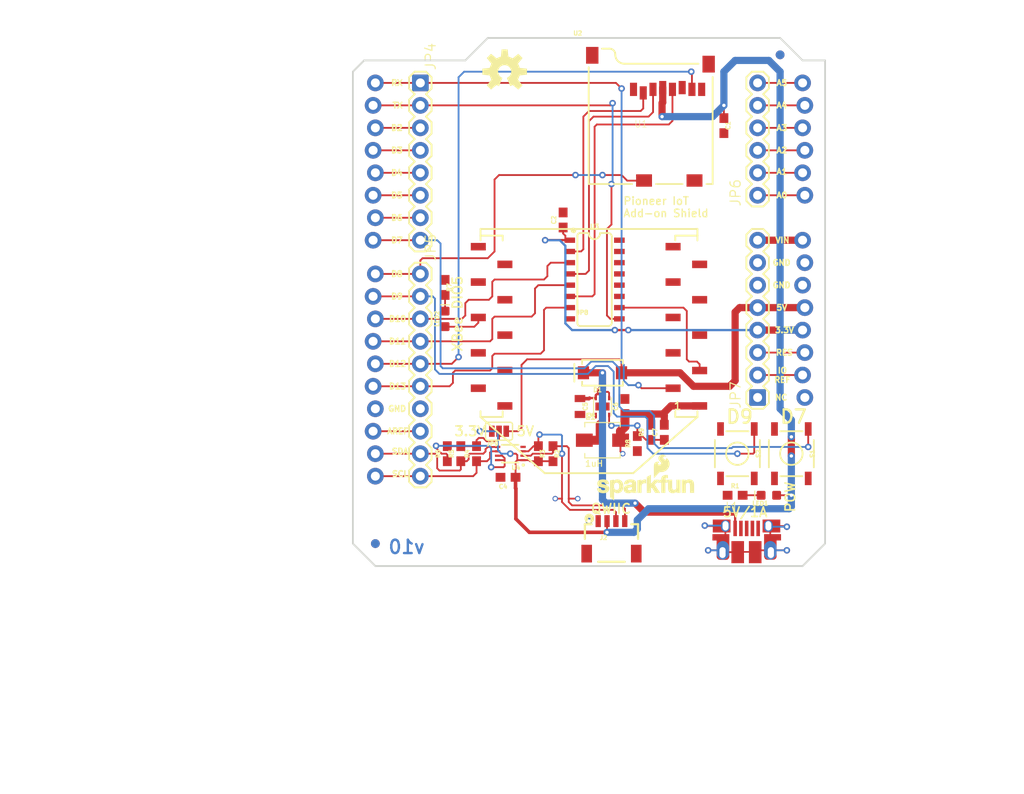
<source format=kicad_pcb>
(kicad_pcb (version 20211014) (generator pcbnew)
  (layers (0 "F.Cu" signal) (1 "In1.Cu" signal) (2 "In2.Cu" signal) (31 "B.Cu" signal) (34 "B.Paste" user) (35 "F.Paste" user) (36 "B.SilkS" user "B.Silkscreen") (37 "F.SilkS" user "F.Silkscreen") (38 "B.Mask" user) (39 "F.Mask" user) (44 "Edge.Cuts" user))
  (net 0 "")
  (net 1 "N$2")
  (net 2 "3.3V")
  (net 3 "GND")
  (net 4 "N$6")
  (net 5 "N$163")
  (net 6 "RX")
  (net 7 "TX")
  (net 8 "D2")
  (net 9 "D3")
  (net 10 "D4")
  (net 11 "D5")
  (net 12 "D6")
  (net 13 "D7")
  (net 14 "D9")
  (net 15 "A0")
  (net 16 "A1")
  (net 17 "A2")
  (net 18 "A3")
  (net 19 "A4")
  (net 20 "A5")
  (net 21 "RES")
  (net 22 "5V")
  (net 23 "AREF")
  (net 24 "MOSI")
  (net 25 "SCK")
  (net 26 "N$4")
  (net 27 "MISO")
  (net 28 "SDA")
  (net 29 "SCL")
  (net 30 "NC")
  (net 31 "IOREF")
  (net 32 "VIN")
  (net 33 "TX_LV")
  (net 34 "SDA_2")
  (net 35 "SCL_2")
  (net 36 "N$9")
  (net 37 "N$19")
  (net 38 "~{CS}")
  (net 39 "N$1")
  (net 40 "N$3")
  (net 41 "N$20")
  (net 42 "SHIELD")
  (net 43 "N$31")
  (net 44 "N$32")
  (net 45 "VCC")
  (net 46 "~{CD}")
  (footprint "boardEagle:TP_15TH" (layer "F.Cu") (at 147.2311 127.2286)
    (fp_text reference "TP1" hide)
    (fp_text value "TEST-POINTTP_15TH_THRU" hide)
  )
  (footprint "boardEagle:1X08" (layer "F.Cu") (at 167.5511 115.7986 90)
    (fp_text reference "JP7")
    (fp_text value "")
  )
  (footprint "boardEagle:0603" (layer "F.Cu") (at 139.3571 124.8156 180)
    (fp_text reference "C4")
    (fp_text value "0.1uF")
  )
  (footprint "boardEagle:0603" (layer "F.Cu") (at 142.7861 122.1486 -90)
    (fp_text reference "R3")
    (fp_text value "10k")
  )
  (footprint "boardEagle:MICRO-SD-SOCKET-PP" (layer "F.Cu") (at 162.4711 91.6686)
    (fp_text reference "U1")
    (fp_text value "USD-SOCKETNEW")
  )
  (footprint "boardEagle:0603" (layer "F.Cu") (at 145.5801 95.7326 90)
    (fp_text reference "C2")
    (fp_text value "0.1uF")
  )
  (footprint "boardEagle:0603" (layer "F.Cu") (at 163.7411 85.0646 -90)
    (fp_text reference "C1")
    (fp_text value "0.1uF")
  )
  (footprint "boardEagle:SMA-DIODE" (layer "F.Cu") (at 150.0251 113.0046 180)
    (fp_text reference "D1")
    (fp_text value "3A/40V/500mV")
  )
  (footprint "boardEagle:0603" (layer "F.Cu") (at 157.0101 119.7356 90)
    (fp_text reference "C7")
    (fp_text value "22pF")
  )
  (footprint "boardEagle:TP_15TH" (layer "F.Cu") (at 144.6911 127.2286)
    (fp_text reference "TP2" hide)
    (fp_text value "TEST-POINTTP_15TH_THRU" hide)
  )
  (footprint "boardEagle:XBEE-SMD" (layer "F.Cu") (at 148.5011 96.7486 180)
    (fp_text reference "JP8")
    (fp_text value "")
  )
  (footprint "boardEagle:1X10" (layer "F.Cu") (at 129.4511 101.8286 -90)
    (fp_text reference "JP5")
    (fp_text value "M10\"")
  )
  (footprint "boardEagle:SMT-JUMPER_3_1-NC_PASTE_SILK" (layer "F.Cu") (at 138.3411 119.6086 180)
    (fp_text reference "JP9")
    (fp_text value "JUMPER-SMT_3_1-NC_PASTE_SILK")
  )
  (footprint "boardEagle:UNO_R3_SHIELD_NOLABELS_LOCK" (layer "F.Cu") (at 148.5011 104.3686)
    (fp_text reference "U2")
    (fp_text value "ARDUINO_UNO_R3_SHIELDUNO_R3_SHIELD_NOLABELS_LOCK")
  )
  (footprint "boardEagle:OSHW-LOGO-M" (layer "F.Cu") (at 138.9761 78.9686)
    (fp_text reference "LOGO1" hide)
    (fp_text value "OSHW-LOGOM" hide)
  )
  (footprint "boardEagle:0805" (layer "F.Cu") (at 147.4851 116.8146 -90)
    (fp_text reference "C5")
    (fp_text value "10uF")
  )
  (footprint "boardEagle:LED-0603" (layer "F.Cu") (at 132.2451 106.9086 90)
    (fp_text reference "LED2")
    (fp_text value "RED")
  )
  (footprint "boardEagle:FIDUCIAL-1X2" (layer "F.Cu") (at 170.0911 77.0636)
    (fp_text reference "JP2" hide)
    (fp_text value "FIDUCIAL1X2" hide)
  )
  (footprint "boardEagle:PCA9306DC" (layer "F.Cu") (at 139.6111 122.1486 90)
    (fp_text reference "U4")
    (fp_text value "PCA9306")
  )
  (footprint "boardEagle:1X06" (layer "F.Cu") (at 167.5511 92.9386 90)
    (fp_text reference "JP6")
    (fp_text value "")
  )
  (footprint "boardEagle:0603" (layer "F.Cu") (at 155.4861 119.7356 90)
    (fp_text reference "R9")
    (fp_text value "820k")
  )
  (footprint "boardEagle:0603" (layer "F.Cu") (at 134.0231 122.1486 90)
    (fp_text reference "R5")
    (fp_text value "10k")
  )
  (footprint "boardEagle:WSON-8-PAD" (layer "F.Cu") (at 150.0251 116.8146)
    (fp_text reference "U5" hide)
    (fp_text value "TPS62065" hide)
  )
  (footprint "boardEagle:0603" (layer "F.Cu") (at 152.5651 116.8146 90)
    (fp_text reference "C6")
    (fp_text value "10uF")
  )
  (footprint "boardEagle:SFE_LOGO_NAME_FLAME_.1" (layer "F.Cu") (at 149.0091 127.4826)
    (fp_text reference "JP1" hide)
    (fp_text value "SFE_LOGO_NAME_FLAME.1_INCH" hide)
  )
  (footprint "boardEagle:CREATIVE_COMMONS" (layer "F.Cu") (at 114.738979 160.2486)
    (fp_text reference "FRAME1" hide)
    (fp_text value "FRAME-LETTER" hide)
  )
  (footprint "boardEagle:SO16" (layer "F.Cu") (at 149.1361 102.4636 -90)
    (fp_text reference "U3")
    (fp_text value "74HC4050")
  )
  (footprint "boardEagle:INDUCTOR-SRP4020" (layer "F.Cu") (at 150.0251 120.6246)
    (fp_text reference "L1")
    (fp_text value "1uH")
  )
  (footprint "boardEagle:1X04_1MM_RA" (layer "F.Cu") (at 151.0411 129.7686)
    (fp_text reference "J2")
    (fp_text value "")
  )
  (footprint "boardEagle:0603" (layer "F.Cu") (at 132.4991 122.1486 90)
    (fp_text reference "R6")
    (fp_text value "200k")
  )
  (footprint "boardEagle:0603" (layer "F.Cu") (at 132.2451 103.3526 -90)
    (fp_text reference "R7")
    (fp_text value "1k")
  )
  (footprint "boardEagle:LED-0603" (layer "F.Cu") (at 168.8211 126.8476 180)
    (fp_text reference "LED1")
    (fp_text value "RED")
  )
  (footprint "boardEagle:TACTILE_SWITCH_SMD_5.2MM" (layer "F.Cu") (at 171.3611 122.1486 -90)
    (fp_text reference "S1")
    (fp_text value "")
  )
  (footprint "boardEagle:1X08" (layer "F.Cu") (at 129.4511 80.2386 -90)
    (fp_text reference "JP4")
    (fp_text value "")
  )
  (footprint "boardEagle:0603" (layer "F.Cu") (at 165.0111 126.8476)
    (fp_text reference "R1")
    (fp_text value "1k")
  )
  (footprint "boardEagle:USB-MICROB-PTH" (layer "F.Cu") (at 166.2811 131.9276)
    (fp_text reference "J1")
    (fp_text value "AMP FCI 10103594-0001LF")
  )
  (footprint "boardEagle:TACTILE_SWITCH_SMD_5.2MM" (layer "F.Cu") (at 165.2651 122.1486 -90)
    (fp_text reference "S2")
    (fp_text value "")
  )
  (footprint "boardEagle:0603" (layer "F.Cu") (at 135.8011 122.1486 90)
    (fp_text reference "R4")
    (fp_text value "10k")
  )
  (footprint "boardEagle:0603" (layer "F.Cu") (at 144.4371 122.1486 -90)
    (fp_text reference "R2")
    (fp_text value "10k")
  )
  (footprint "boardEagle:FIDUCIAL-1X2" (layer "F.Cu") (at 124.3711 132.3086)
    (fp_text reference "JP3" hide)
    (fp_text value "FIDUCIAL1X2" hide)
  )
  (footprint "boardEagle:0603" (layer "F.Cu") (at 153.9621 121.0056 90)
    (fp_text reference "R8")
    (fp_text value "180k")
  )
  (footprint "boardEagle:DUMMY" (layer "F.Cu") (at 95.1611 157.7086)
    (fp_text reference "FRAME2" hide)
    (fp_text value "FRAME-LETTERNO_PACKAGE" hide)
  )
  (footprint "boardEagle:TP_15TH" (layer "F.Cu") (at 152.3111 122.1486)
    (fp_text reference "TP3" hide)
    (fp_text value "TEST-POINTTP_15TH_THRU" hide)
  )
  (footprint "boardEagle:FIDUCIAL-1X2" (layer "B.Cu") (at 170.0911 77.0636 180)
    (fp_text reference "JP11" hide)
    (fp_text value "FIDUCIAL1X2" hide)
  )
  (footprint "boardEagle:FIDUCIAL-1X2" (layer "B.Cu") (at 124.3711 132.3086 180)
    (fp_text reference "JP10" hide)
    (fp_text value "FIDUCIAL1X2" hide)
  )
  (gr_line (start 175.1711 77.6986) (end 175.1711 132.3086) (layer "Edge.Cuts") (width 0.2032))
  (gr_line (start 134.5311 77.6986) (end 137.0711 75.1586) (layer "Edge.Cuts") (width 0.2032))
  (gr_line (start 124.3711 134.8486) (end 121.8311 132.3086) (layer "Edge.Cuts") (width 0.2032))
  (gr_line (start 123.1011 77.6986) (end 134.5311 77.6986) (layer "Edge.Cuts") (width 0.2032))
  (gr_line (start 137.0711 75.1586) (end 170.0911 75.1586) (layer "Edge.Cuts") (width 0.2032))
  (gr_line (start 175.1711 132.3086) (end 172.6311 134.8486) (layer "Edge.Cuts") (width 0.2032))
  (gr_line (start 170.0911 75.1586) (end 172.6311 77.6986) (layer "Edge.Cuts") (width 0.2032))
  (gr_line (start 121.8311 78.9686) (end 123.1011 77.6986) (layer "Edge.Cuts") (width 0.2032))
  (gr_line (start 121.8311 132.3086) (end 121.8311 78.9686) (layer "Edge.Cuts") (width 0.2032))
  (gr_line (start 172.6311 134.8486) (end 124.3711 134.8486) (layer "Edge.Cuts") (width 0.2032))
  (gr_line (start 172.6311 77.6986) (end 175.1711 77.6986) (layer "Edge.Cuts") (width 0.2032))
  (gr_text "v10" (at 130.0861 133.5786) (layer "B.Cu") (effects (font (size 1.5113 1.5113) (thickness 0.2667)) (justify left bottom mirror)))
  (gr_text "A3" (at 170.9801 84.9376) (layer "F.SilkS") (effects (font (size 0.65024 0.65024) (thickness 0.16256)) (justify right top)))
  (gr_text "5V" (at 170.9801 105.2576) (layer "F.SilkS") (effects (font (size 0.65024 0.65024) (thickness 0.16256)) (justify right top)))
  (gr_text "NC" (at 170.9801 115.4176) (layer "F.SilkS") (effects (font (size 0.65024 0.65024) (thickness 0.16256)) (justify right top)))
  (gr_text "D8" (at 127.5461 101.4476) (layer "F.SilkS") (effects (font (size 0.65024 0.65024) (thickness 0.16256)) (justify right top)))
  (gr_text "QWIIC" (at 148.6281 129.0066) (layer "F.SilkS") (effects (font (size 1.0795 1.0795) (thickness 0.1905)) (justify left bottom)))
  (gr_text "3.3V" (at 136.9441 118.9736) (layer "F.SilkS") (effects (font (size 1.0795 1.0795) (thickness 0.1905)) (justify right top)))
  (gr_text "Pioneer IoT\nAdd-on Shield" (at 152.3111 95.4786) (layer "F.SilkS") (effects (font (size 0.8636 0.8636) (thickness 0.1524)) (justify left bottom)))
  (gr_text "VIN" (at 171.2341 97.6376) (layer "F.SilkS") (effects (font (size 0.65024 0.65024) (thickness 0.16256)) (justify right top)))
  (gr_text "A0" (at 170.9801 92.5576) (layer "F.SilkS") (effects (font (size 0.65024 0.65024) (thickness 0.16256)) (justify right top)))
  (gr_text "GND" (at 171.3611 100.1776) (layer "F.SilkS") (effects (font (size 0.65024 0.65024) (thickness 0.16256)) (justify right top)))
  (gr_text "A4" (at 170.9801 82.3976) (layer "F.SilkS") (effects (font (size 0.65024 0.65024) (thickness 0.16256)) (justify right top)))
  (gr_text "D9" (at 163.8681 118.8466) (layer "F.SilkS") (effects (font (size 1.5113 1.5113) (thickness 0.2667)) (justify left bottom)))
  (gr_text "AREF" (at 128.1811 119.2276) (layer "F.SilkS") (effects (font (size 0.65024 0.65024) (thickness 0.16256)) (justify right top)))
  (gr_text "D7" (at 127.5461 97.6376) (layer "F.SilkS") (effects (font (size 0.65024 0.65024) (thickness 0.16256)) (justify right top)))
  (gr_text "5V" (at 142.4051 118.9736) (layer "F.SilkS") (effects (font (size 1.0795 1.0795) (thickness 0.1905)) (justify right top)))
  (gr_text "RES" (at 171.6151 110.3376) (layer "F.SilkS") (effects (font (size 0.65024 0.65024) (thickness 0.16256)) (justify right top)))
  (gr_text "SCL" (at 128.1811 124.0536) (layer "F.SilkS") (effects (font (size 0.65024 0.65024) (thickness 0.16256)) (justify right top)))
  (gr_text "XBee DIO5" (at 134.2771 110.7186 90) (layer "F.SilkS") (effects (font (size 1.0795 1.0795) (thickness 0.1905)) (justify left bottom)))
  (gr_text "SDA" (at 128.1811 121.5136) (layer "F.SilkS") (effects (font (size 0.65024 0.65024) (thickness 0.16256)) (justify right top)))
  (gr_text "D6" (at 127.5461 95.0976) (layer "F.SilkS") (effects (font (size 0.65024 0.65024) (thickness 0.16256)) (justify right top)))
  (gr_text "D11" (at 127.9271 109.0676) (layer "F.SilkS") (effects (font (size 0.65024 0.65024) (thickness 0.16256)) (justify right top)))
  (gr_text "5V/1A" (at 163.4871 129.3876) (layer "F.SilkS") (effects (font (size 1.0795 1.0795) (thickness 0.1905)) (justify left bottom)))
  (gr_text "RX" (at 127.5461 79.8576) (layer "F.SilkS") (effects (font (size 0.65024 0.65024) (thickness 0.16256)) (justify right top)))
  (gr_text "TX" (at 127.5461 82.3976) (layer "F.SilkS") (effects (font (size 0.65024 0.65024) (thickness 0.16256)) (justify right top)))
  (gr_text "D7" (at 169.9641 118.8466) (layer "F.SilkS") (effects (font (size 1.5113 1.5113) (thickness 0.2667)) (justify left bottom)))
  (gr_text "GND" (at 127.9271 116.6876) (layer "F.SilkS") (effects (font (size 0.65024 0.65024) (thickness 0.16256)) (justify right top)))
  (gr_text "D4" (at 127.5461 90.0176) (layer "F.SilkS") (effects (font (size 0.65024 0.65024) (thickness 0.16256)) (justify right top)))
  (gr_text "D9" (at 127.5461 103.9876) (layer "F.SilkS") (effects (font (size 0.65024 0.65024) (thickness 0.16256)) (justify right top)))
  (gr_text "A5" (at 170.9801 79.8576) (layer "F.SilkS") (effects (font (size 0.65024 0.65024) (thickness 0.16256)) (justify right top)))
  (gr_text "A1" (at 170.9801 89.8906) (layer "F.SilkS") (effects (font (size 0.65024 0.65024) (thickness 0.16256)) (justify right top)))
  (gr_text "POW" (at 171.8691 128.8796 90) (layer "F.SilkS") (effects (font (size 1.0795 1.0795) (thickness 0.1905)) (justify left bottom)))
  (gr_text "D12" (at 127.9271 111.6076) (layer "F.SilkS") (effects (font (size 0.65024 0.65024) (thickness 0.16256)) (justify right top)))
  (gr_text "D2" (at 127.5461 84.9376) (layer "F.SilkS") (effects (font (size 0.65024 0.65024) (thickness 0.16256)) (justify right top)))
  (gr_text "D13" (at 127.9271 114.1476) (layer "F.SilkS") (effects (font (size 0.65024 0.65024) (thickness 0.16256)) (justify right top)))
  (gr_text "D3" (at 127.5461 87.4776) (layer "F.SilkS") (effects (font (size 0.65024 0.65024) (thickness 0.16256)) (justify right top)))
  (gr_text "3.3V" (at 171.7421 107.7976) (layer "F.SilkS") (effects (font (size 0.65024 0.65024) (thickness 0.16256)) (justify right top)))
  (gr_text "D10" (at 127.9271 106.5276) (layer "F.SilkS") (effects (font (size 0.65024 0.65024) (thickness 0.16256)) (justify right top)))
  (gr_text "IO\nREF" (at 170.3451 112.3696) (layer "F.SilkS") (effects (font (size 0.65024 0.65024) (thickness 0.16256)) (justify top)))
  (gr_text "D5" (at 127.5461 92.5576) (layer "F.SilkS") (effects (font (size 0.65024 0.65024) (thickness 0.16256)) (justify right top)))
  (gr_text "GND" (at 171.3611 102.7176) (layer "F.SilkS") (effects (font (size 0.65024 0.65024) (thickness 0.16256)) (justify right top)))
  (gr_text "A2" (at 170.9801 87.4776) (layer "F.SilkS") (effects (font (size 0.65024 0.65024) (thickness 0.16256)) (justify right top)))
  (segment (start 149.0091 84.0486) (end 155.2321 84.0486) (width 0.2032) (layer "F.Cu") (net 1))
  (segment (start 155.2321 84.0486) (end 155.7401 83.5406) (width 0.2032) (layer "F.Cu") (net 1))
  (segment (start 148.5011 101.4476) (end 148.5011 84.5566) (width 0.2032) (layer "F.Cu") (net 1))
  (segment (start 146.3361 101.8286) (end 148.1201 101.8286) (width 0.2032) (layer "F.Cu") (net 1))
  (segment (start 148.5011 84.5566) (end 149.0091 84.0486) (width 0.2032) (layer "F.Cu") (net 1))
  (segment (start 155.7401 83.5406) (end 155.7401 80.9776) (width 0.2032) (layer "F.Cu") (net 1))
  (segment (start 148.1201 101.8286) (end 148.5011 101.4476) (width 0.2032) (layer "F.Cu") (net 1))
  (segment (start 155.7401 80.9776) (end 155.7311 80.9686) (width 0.2032) (layer "F.Cu") (net 1))
  (segment (start 140.2461 122.1486) (end 139.6111 122.1486) (width 0.2032) (layer "F.Cu") (net 2))
  (segment (start 140.2071 124.8156) (end 140.2071 126.0466) (width 0.4064) (layer "F.Cu") (net 2))
  (segment (start 145.8341 98.0059) (end 146.3234 98.0059) (width 0.254) (layer "F.Cu") (net 2))
  (segment (start 145.5801 97.2566) (end 145.8341 97.5106) (width 0.2032) (layer "F.Cu") (net 2))
  (segment (start 169.6981 126.8476) (end 171.3611 126.8476) (width 0.2032) (layer "F.Cu") (net 2))
  (segment (start 151.4221 108.1786) (end 152.9461 108.1786) (width 0.254) (layer "F.Cu") (net 2))
  (segment (start 140.2071 126.0466) (end 140.2461 126.0856) (width 0.4064) (layer "F.Cu") (net 2))
  (segment (start 141.7701 131.0386) (end 140.2461 129.5146) (width 0.4064) (layer "F.Cu") (net 2))
  (segment (start 150.5411 129.7686) (end 150.5411 131.0306) (width 0.2032) (layer "F.Cu") (net 2))
  (segment (start 140.4051 122.3076) (end 140.2461 122.1486) (width 0.2032) (layer "F.Cu") (net 2))
  (segment (start 142.7861 122.9986) (end 144.4371 122.9986) (width 0.2032) (layer "F.Cu") (net 2))
  (segment (start 143.5608 98.0059) (end 143.5481 98.0186) (width 0.254) (layer "F.Cu") (net 2))
  (segment (start 141.0573 122.8786) (end 140.4051 122.8786) (width 0.2032) (layer "F.Cu") (net 2))
  (segment (start 156.7561 84.0486) (end 156.7561 82.5246) (width 0.8128) (layer "F.Cu") (net 2))
  (segment (start 171.3611 122.4026) (end 171.3611 120.2436) (width 0.8128) (layer "F.Cu") (net 2))
  (segment (start 140.2461 129.5146) (end 140.2461 126.0856) (width 0.4064) (layer "F.Cu") (net 2))
  (segment (start 140.4051 122.8786) (end 140.4051 122.3076) (width 0.2032) (layer "F.Cu") (net 2))
  (segment (start 141.8581 122.9986) (end 141.7381 122.8786) (width 0.2032) (layer "F.Cu") (net 2))
  (segment (start 150.5411 131.0306) (end 150.5331 131.0386) (width 0.2032) (layer "F.Cu") (net 2))
  (segment (start 145.8341 98.0059) (end 143.5608 98.0059) (width 0.254) (layer "F.Cu") (net 2))
  (segment (start 167.5511 108.1786) (end 172.6311 108.1786) (width 0.8128) (layer "F.Cu") (net 2))
  (segment (start 146.3234 98.0059) (end 146.3361 98.0186) (width 0.254) (layer "F.Cu") (net 2))
  (segment (start 145.5801 96.5826) (end 145.5801 97.2566) (width 0.2032) (layer "F.Cu") (net 2))
  (segment (start 163.7411 84.2146) (end 163.7411 82.7786) (width 0.2032) (layer "F.Cu") (net 2))
  (segment (start 156.8311 80.7686) (end 156.8311 82.4496) (width 0.8128) (layer "F.Cu") (net 2))
  (segment (start 142.7861 122.9986) (end 141.8581 122.9986) (width 0.2032) (layer "F.Cu") (net 2))
  (segment (start 150.5331 131.0386) (end 141.7701 131.0386) (width 0.4064) (layer "F.Cu") (net 2))
  (segment (start 156.8311 82.4496) (end 156.7561 82.5246) (width 0.8128) (layer "F.Cu") (net 2))
  (segment (start 145.8341 97.5106) (end 145.8341 98.0059) (width 0.2032) (layer "F.Cu") (net 2))
  (segment (start 141.0573 122.8786) (end 141.7381 122.8786) (width 0.2032) (layer "F.Cu") (net 2))
  (segment (start 140.2071 124.8156) (end 140.2071 123.0766) (width 0.2032) (layer "F.Cu") (net 2))
  (segment (start 136.1821 119.6086) (end 137.5283 119.6086) (width 0.2032) (layer "F.Cu") (net 2))
  (segment (start 140.2071 123.0766) (end 140.4051 122.8786) (width 0.2032) (layer "F.Cu") (net 2))
  (via (at 151.4221 108.1786) (size 0.7366) (drill 0.381) (layers "F.Cu" "B.Cu") (net 2))
  (via (at 171.3611 120.2436) (size 0.7366) (drill 0.381) (layers "F.Cu" "B.Cu") (net 2))
  (via (at 139.6111 122.1486) (size 0.7366) (drill 0.381) (layers "F.Cu" "B.Cu") (net 2))
  (via (at 156.7561 84.0486) (size 0.7366) (drill 0.381) (layers "F.Cu" "B.Cu") (net 2))
  (via (at 163.7411 82.7786) (size 0.7366) (drill 0.381) (layers "F.Cu" "B.Cu") (net 2))
  (via (at 171.3611 122.4026) (size 0.7366) (drill 0.381) (layers "F.Cu" "B.Cu") (net 2))
  (via (at 171.3611 126.8476) (size 0.7366) (drill 0.381) (layers "F.Cu" "B.Cu") (net 2))
  (via (at 150.5331 131.0386) (size 0.7366) (drill 0.381) (layers "F.Cu" "B.Cu") (net 2))
  (via (at 143.5481 98.0186) (size 0.7366) (drill 0.381) (layers "F.Cu" "B.Cu") (net 2))
  (via (at 136.1821 119.6086) (size 0.7366) (drill 0.381) (layers "F.Cu" "B.Cu") (net 2))
  (via (at 152.9461 108.1786) (size 0.7366) (drill 0.381) (layers "F.Cu" "B.Cu") (net 2))
  (segment (start 171.1071 128.3716) (end 155.2321 128.3716) (width 0.8128) (layer "B.Cu") (net 2))
  (segment (start 171.3611 126.8476) (end 171.3611 122.4026) (width 0.8128) (layer "B.Cu") (net 2))
  (segment (start 146.5961 108.1786) (end 145.8341 107.4166) (width 0.254) (layer "B.Cu") (net 2))
  (segment (start 171.3611 128.1176) (end 171.1071 128.3716) (width 0.8128) (layer "B.Cu") (net 2))
  (segment (start 153.9621 130.6576) (end 153.5811 131.0386) (width 0.8128) (layer "B.Cu") (net 2))
  (segment (start 170.0911 117.0686) (end 170.0911 108.1786) (width 0.8128) (layer "B.Cu") (net 2))
  (segment (start 155.2321 128.3716) (end 153.9621 129.6416) (width 0.8128) (layer "B.Cu") (net 2))
  (segment (start 153.5811 131.0386) (end 150.5331 131.0386) (width 0.8128) (layer "B.Cu") (net 2))
  (segment (start 151.4221 108.1786) (end 146.5961 108.1786) (width 0.254) (layer "B.Cu") (net 2))
  (segment (start 145.8341 107.4166) (end 145.8341 98.6536) (width 0.254) (layer "B.Cu") (net 2))
  (segment (start 171.3611 128.1176) (end 171.3611 126.8476) (width 0.8128) (layer "B.Cu") (net 2))
  (segment (start 145.1991 98.0186) (end 143.5481 98.0186) (width 0.254) (layer "B.Cu") (net 2))
  (segment (start 138.0871 119.6086) (end 136.1821 119.6086) (width 0.2032) (layer "B.Cu") (net 2))
  (segment (start 167.5511 108.1786) (end 152.9461 108.1786) (width 0.254) (layer "B.Cu") (net 2))
  (segment (start 138.2141 121.7676) (end 138.2141 119.7356) (width 0.2032) (layer "B.Cu") (net 2))
  (segment (start 163.7411 82.7786) (end 162.4711 84.0486) (width 0.8128) (layer "B.Cu") (net 2))
  (segment (start 170.0911 108.1786) (end 172.6311 108.1786) (width 0.8128) (layer "B.Cu") (net 2))
  (segment (start 138.5951 122.1486) (end 138.2141 121.7676) (width 0.2032) (layer "B.Cu") (net 2))
  (segment (start 145.8341 98.6536) (end 145.1991 98.0186) (width 0.254) (layer "B.Cu") (net 2))
  (segment (start 171.3611 120.2436) (end 171.3611 118.3386) (width 0.8128) (layer "B.Cu") (net 2))
  (segment (start 170.0911 108.1786) (end 170.0911 78.9686) (width 0.8128) (layer "B.Cu") (net 2))
  (segment (start 139.6111 122.1486) (end 138.5951 122.1486) (width 0.2032) (layer "B.Cu") (net 2))
  (segment (start 162.4711 84.0486) (end 156.7561 84.0486) (width 0.8128) (layer "B.Cu") (net 2))
  (segment (start 170.0911 78.9686) (end 168.8211 77.6986) (width 0.8128) (layer "B.Cu") (net 2))
  (segment (start 171.3611 118.3386) (end 170.0911 117.0686) (width 0.8128) (layer "B.Cu") (net 2))
  (segment (start 168.8211 77.6986) (end 165.0111 77.6986) (width 0.8128) (layer "B.Cu") (net 2))
  (segment (start 138.2141 119.7356) (end 138.0871 119.6086) (width 0.2032) (layer "B.Cu") (net 2))
  (segment (start 163.7411 78.9686) (end 163.7411 82.7786) (width 0.8128) (layer "B.Cu") (net 2))
  (segment (start 165.0111 77.6986) (end 163.7411 78.9686) (width 0.8128) (layer "B.Cu") (net 2))
  (segment (start 153.9621 129.6416) (end 153.9621 130.6576) (width 0.8128) (layer "B.Cu") (net 2))
  (segment (start 150.2791 115.7986) (end 150.2791 115.6146) (width 0.254) (layer "F.Cu") (net 3))
  (segment (start 150.2751 115.8646) (end 150.2751 116.5646) (width 0.2032) (layer "F.Cu") (net 3))
  (segment (start 150.2751 117.7946) (end 150.2751 118.0546) (width 0.254) (layer "F.Cu") (net 3))
  (segment (start 150.2751 115.8646) (end 150.2751 115.8026) (width 0.254) (layer "F.Cu") (net 3))
  (segment (start 149.2751 117.8846) (end 149.2751 118.0546) (width 0.254) (layer "F.Cu") (net 3))
  (segment (start 150.2751 117.7646) (end 150.2751 117.0646) (width 0.2032) (layer "F.Cu") (net 3))
  (segment (start 150.2751 117.0646) (end 150.0251 116.8146) (width 0.2032) (layer "F.Cu") (net 3))
  (segment (start 150.2751 116.5646) (end 150.0251 116.8146) (width 0.2032) (layer "F.Cu") (net 3))
  (segment (start 150.2751 115.8026) (end 150.2791 115.7986) (width 0.254) (layer "F.Cu") (net 3))
  (via (at 148.5011 129.7686) (size 0.7366) (drill 0.381) (layers "F.Cu" "B.Cu") (net 3))
  (segment (start 165.8611 126.8476) (end 167.9441 126.8476) (width 0.2032) (layer "F.Cu") (net 4))
  (segment (start 147.6121 99.2886) (end 147.8661 99.0346) (width 0.2032) (layer "F.Cu") (net 5))
  (segment (start 146.3361 99.2886) (end 147.6121 99.2886) (width 0.2032) (layer "F.Cu") (net 5))
  (segment (start 148.5011 83.4136) (end 154.3431 83.4136) (width 0.2032) (layer "F.Cu") (net 5))
  (segment (start 154.6311 81.3686) (end 154.6311 83.1256) (width 0.2032) (layer "F.Cu") (net 5))
  (segment (start 154.3431 83.4136) (end 154.6311 83.1256) (width 0.2032) (layer "F.Cu") (net 5))
  (segment (start 147.8661 99.0346) (end 147.8661 84.0486) (width 0.2032) (layer "F.Cu") (net 5))
  (segment (start 147.8661 84.0486) (end 148.5011 83.4136) (width 0.2032) (layer "F.Cu") (net 5))
  (segment (start 151.5491 80.2386) (end 152.1841 80.8736) (width 0.2032) (layer "F.Cu") (net 6))
  (segment (start 124.3711 80.2386) (end 129.4511 80.2386) (width 0.2032) (layer "F.Cu") (net 6))
  (segment (start 158.0011 114.7486) (end 154.4361 114.7486) (width 0.2032) (layer "F.Cu") (net 6))
  (segment (start 154.4361 114.7486) (end 154.0891 114.4016) (width 0.2032) (layer "F.Cu") (net 6))
  (segment (start 129.4511 80.2386) (end 151.5491 80.2386) (width 0.2032) (layer "F.Cu") (net 6))
  (segment (start 154.1821 114.4946) (end 154.0891 114.4016) (width 0.2032) (layer "F.Cu") (net 6))
  (via (at 154.0891 114.4016) (size 0.7366) (drill 0.381) (layers "F.Cu" "B.Cu") (net 6))
  (via (at 152.1841 80.8736) (size 0.7366) (drill 0.381) (layers "F.Cu" "B.Cu") (net 6))
  (segment (start 152.4381 113.8936) (end 152.9461 114.4016) (width 0.2032) (layer "B.Cu") (net 6))
  (segment (start 152.1841 111.8616) (end 152.4381 112.1156) (width 0.2032) (layer "B.Cu") (net 6))
  (segment (start 152.4381 112.1156) (end 152.4381 113.8936) (width 0.2032) (layer "B.Cu") (net 6))
  (segment (start 152.9461 114.4016) (end 154.0891 114.4016) (width 0.2032) (layer "B.Cu") (net 6))
  (segment (start 152.1841 80.8736) (end 152.1841 111.8616) (width 0.2032) (layer "B.Cu") (net 6))
  (segment (start 150.5331 96.7486) (end 150.5331 106.5276) (width 0.2032) (layer "F.Cu") (net 7))
  (segment (start 150.9141 106.9086) (end 151.9361 106.9086) (width 0.2032) (layer "F.Cu") (net 7))
  (segment (start 150.5331 106.5276) (end 150.9141 106.9086) (width 0.2032) (layer "F.Cu") (net 7))
  (segment (start 129.4511 82.7786) (end 150.9141 82.7786) (width 0.2032) (layer "F.Cu") (net 7))
  (segment (start 150.9141 82.7786) (end 151.1681 82.5246) (width 0.2032) (layer "F.Cu") (net 7))
  (segment (start 124.1171 82.7786) (end 129.4511 82.7786) (width 0.2032) (layer "F.Cu") (net 7))
  (segment (start 151.0411 91.6686) (end 151.0411 96.2406) (width 0.2032) (layer "F.Cu") (net 7))
  (segment (start 151.0411 96.2406) (end 150.5331 96.7486) (width 0.2032) (layer "F.Cu") (net 7))
  (via (at 151.1681 82.5246) (size 0.7366) (drill 0.381) (layers "F.Cu" "B.Cu") (net 7))
  (via (at 151.0411 91.6686) (size 0.7366) (drill 0.381) (layers "F.Cu" "B.Cu") (net 7))
  (segment (start 151.1681 91.5416) (end 151.0411 91.6686) (width 0.2032) (layer "B.Cu") (net 7))
  (segment (start 151.1681 82.5246) (end 151.1681 91.5416) (width 0.2032) (layer "B.Cu") (net 7))
  (segment (start 124.3711 85.3186) (end 129.4511 85.3186) (width 0.2032) (layer "F.Cu") (net 8))
  (segment (start 124.1171 87.8586) (end 129.4511 87.8586) (width 0.2032) (layer "F.Cu") (net 9))
  (segment (start 124.3711 90.3986) (end 129.4511 90.3986) (width 0.2032) (layer "F.Cu") (net 10))
  (segment (start 124.1171 92.9386) (end 129.4511 92.9386) (width 0.2032) (layer "F.Cu") (net 11))
  (segment (start 124.3711 95.4786) (end 129.4511 95.4786) (width 0.2032) (layer "F.Cu") (net 12))
  (segment (start 124.1171 98.0186) (end 129.4511 98.0186) (width 0.2032) (layer "F.Cu") (net 13))
  (segment (start 173.2661 121.3866) (end 173.2661 119.3546) (width 0.2032) (layer "F.Cu") (net 13))
  (via (at 173.2661 121.3866) (size 0.7366) (drill 0.381) (layers "F.Cu" "B.Cu") (net 13))
  (segment (start 155.8671 117.8306) (end 155.8671 121.0056) (width 0.2032) (layer "B.Cu") (net 13))
  (segment (start 131.9911 112.4966) (end 147.9931 112.4966) (width 0.2032) (layer "B.Cu") (net 13))
  (segment (start 156.3751 121.5136) (end 164.6301 121.5136) (width 0.2032) (layer "B.Cu") (net 13))
  (segment (start 147.9931 112.4966) (end 148.7551 111.7346) (width 0.2032) (layer "B.Cu") (net 13))
  (segment (start 151.1681 111.7346) (end 151.9301 112.4966) (width 0.2032) (layer "B.Cu") (net 13))
  (segment (start 151.9301 116.8146) (end 152.4381 117.3226) (width 0.2032) (layer "B.Cu") (net 13))
  (segment (start 131.7371 112.2426) (end 131.9911 112.4966) (width 0.2032) (layer "B.Cu") (net 13))
  (segment (start 131.3561 98.0186) (end 131.7371 98.3996) (width 0.2032) (layer "B.Cu") (net 13))
  (segment (start 155.8671 121.0056) (end 156.3751 121.5136) (width 0.2032) (layer "B.Cu") (net 13))
  (segment (start 129.4511 98.0186) (end 131.3561 98.0186) (width 0.2032) (layer "B.Cu") (net 13))
  (segment (start 131.7371 98.3996) (end 131.7371 112.2426) (width 0.2032) (layer "B.Cu") (net 13))
  (segment (start 164.6301 121.5136) (end 164.7571 121.3866) (width 0.2032) (layer "B.Cu") (net 13))
  (segment (start 155.3591 117.3226) (end 155.8671 117.8306) (width 0.2032) (layer "B.Cu") (net 13))
  (segment (start 148.7551 111.7346) (end 151.1681 111.7346) (width 0.2032) (layer "B.Cu") (net 13))
  (segment (start 151.9301 112.4966) (end 151.9301 116.8146) (width 0.2032) (layer "B.Cu") (net 13))
  (segment (start 152.4381 117.3226) (end 155.3591 117.3226) (width 0.2032) (layer "B.Cu") (net 13))
  (segment (start 164.7571 121.3866) (end 173.2661 121.3866) (width 0.2032) (layer "B.Cu") (net 13))
  (segment (start 165.2651 122.1486) (end 167.0431 122.1486) (width 0.2032) (layer "F.Cu") (net 14))
  (segment (start 167.1701 122.0216) (end 167.1701 119.3546) (width 0.2032) (layer "F.Cu") (net 14))
  (segment (start 124.1171 104.3686) (end 129.4511 104.3686) (width 0.2032) (layer "F.Cu") (net 14))
  (segment (start 167.0431 122.1486) (end 167.1701 122.0216) (width 0.2032) (layer "F.Cu") (net 14))
  (via (at 165.2651 122.1486) (size 0.7366) (drill 0.381) (layers "F.Cu" "B.Cu") (net 14))
  (segment (start 130.8481 104.3686) (end 131.1021 104.6226) (width 0.2032) (layer "B.Cu") (net 14))
  (segment (start 155.7401 122.1486) (end 165.2651 122.1486) (width 0.2032) (layer "B.Cu") (net 14))
  (segment (start 151.2951 112.8776) (end 151.2951 117.5766) (width 0.2032) (layer "B.Cu") (net 14))
  (segment (start 148.3741 113.1316) (end 149.2631 112.2426) (width 0.2032) (layer "B.Cu") (net 14))
  (segment (start 131.1021 104.6226) (end 131.1021 112.6236) (width 0.2032) (layer "B.Cu") (net 14))
  (segment (start 155.1051 121.5136) (end 155.7401 122.1486) (width 0.2032) (layer "B.Cu") (net 14))
  (segment (start 150.6601 112.2426) (end 151.2951 112.8776) (width 0.2032) (layer "B.Cu") (net 14))
  (segment (start 149.2631 112.2426) (end 150.6601 112.2426) (width 0.2032) (layer "B.Cu") (net 14))
  (segment (start 131.1021 112.6236) (end 131.6101 113.1316) (width 0.2032) (layer "B.Cu") (net 14))
  (segment (start 155.1051 118.2116) (end 155.1051 121.5136) (width 0.2032) (layer "B.Cu") (net 14))
  (segment (start 151.6761 117.9576) (end 154.8511 117.9576) (width 0.2032) (layer "B.Cu") (net 14))
  (segment (start 154.8511 117.9576) (end 155.1051 118.2116) (width 0.2032) (layer "B.Cu") (net 14))
  (segment (start 129.4511 104.3686) (end 130.8481 104.3686) (width 0.2032) (layer "B.Cu") (net 14))
  (segment (start 151.2951 117.5766) (end 151.6761 117.9576) (width 0.2032) (layer "B.Cu") (net 14))
  (segment (start 131.6101 113.1316) (end 148.3741 113.1316) (width 0.2032) (layer "B.Cu") (net 14))
  (segment (start 167.5511 92.9386) (end 172.8851 92.9386) (width 0.2032) (layer "F.Cu") (net 15))
  (segment (start 167.5511 90.3986) (end 172.6311 90.3986) (width 0.2032) (layer "F.Cu") (net 16))
  (segment (start 167.5511 87.8586) (end 172.8851 87.8586) (width 0.2032) (layer "F.Cu") (net 17))
  (segment (start 167.5511 85.3186) (end 172.6311 85.3186) (width 0.2032) (layer "F.Cu") (net 18))
  (segment (start 167.5511 82.7786) (end 172.8851 82.7786) (width 0.2032) (layer "F.Cu") (net 19))
  (segment (start 167.5511 80.2386) (end 172.6311 80.2386) (width 0.2032) (layer "F.Cu") (net 20))
  (segment (start 167.5511 110.7186) (end 172.8851 110.7186) (width 0.2032) (layer "F.Cu") (net 21))
  (segment (start 152.1751 111.7256) (end 151.9301 111.4806) (width 0.2032) (layer "F.Cu") (net 22))
  (segment (start 140.8811 119.2276) (end 140.5001 119.6086) (width 0.2032) (layer "F.Cu") (net 22))
  (segment (start 167.5511 105.6386) (end 172.8851 105.6386) (width 0.8128) (layer "F.Cu") (net 22))
  (segment (start 160.3121 114.5286) (end 164.3761 114.5286) (width 0.8128) (layer "F.Cu") (net 22))
  (segment (start 141.5161 111.4806) (end 140.8811 112.1156) (width 0.2032) (layer "F.Cu") (net 22))
  (segment (start 140.5001 119.6086) (end 139.1539 119.6086) (width 0.2032) (layer "F.Cu") (net 22))
  (segment (start 140.8811 112.1156) (end 140.8811 119.2276) (width 0.2032) (layer "F.Cu") (net 22))
  (segment (start 165.5191 105.6386) (end 167.5511 105.6386) (width 0.8128) (layer "F.Cu") (net 22))
  (segment (start 164.3761 114.5286) (end 165.0111 113.8936) (width 0.8128) (layer "F.Cu") (net 22))
  (segment (start 165.0111 106.1466) (end 165.5191 105.6386) (width 0.8128) (layer "F.Cu") (net 22))
  (segment (start 152.1751 113.0046) (end 158.7881 113.0046) (width 0.8128) (layer "F.Cu") (net 22))
  (segment (start 158.7881 113.0046) (end 160.3121 114.5286) (width 0.8128) (layer "F.Cu") (net 22))
  (segment (start 151.9301 111.4806) (end 141.5161 111.4806) (width 0.2032) (layer "F.Cu") (net 22))
  (segment (start 165.0111 113.8936) (end 165.0111 106.1466) (width 0.8128) (layer "F.Cu") (net 22))
  (segment (start 152.1751 113.0046) (end 152.1751 111.7256) (width 0.2032) (layer "F.Cu") (net 22))
  (segment (start 124.1171 119.6086) (end 129.4511 119.6086) (width 0.2032) (layer "F.Cu") (net 23))
  (segment (start 137.3251 109.4486) (end 137.5791 109.1946) (width 0.2032) (layer "F.Cu") (net 24))
  (segment (start 129.4511 109.4486) (end 137.3251 109.4486) (width 0.2032) (layer "F.Cu") (net 24))
  (segment (start 137.5791 106.9086) (end 137.8331 106.6546) (width 0.2032) (layer "F.Cu") (net 24))
  (segment (start 137.5791 109.1946) (end 137.5791 106.9086) (width 0.2032) (layer "F.Cu") (net 24))
  (segment (start 142.7861 103.0986) (end 146.3361 103.0986) (width 0.2032) (layer "F.Cu") (net 24))
  (segment (start 124.1171 109.4486) (end 129.4511 109.4486) (width 0.2032) (layer "F.Cu") (net 24))
  (segment (start 137.8331 106.6546) (end 142.0241 106.6546) (width 0.2032) (layer "F.Cu") (net 24))
  (segment (start 142.4051 103.4796) (end 142.7861 103.0986) (width 0.2032) (layer "F.Cu") (net 24))
  (segment (start 142.4051 106.2736) (end 142.4051 103.4796) (width 0.2032) (layer "F.Cu") (net 24))
  (segment (start 142.0241 106.6546) (end 142.4051 106.2736) (width 0.2032) (layer "F.Cu") (net 24))
  (segment (start 137.3251 112.7506) (end 137.5791 112.4966) (width 0.2032) (layer "F.Cu") (net 25))
  (segment (start 129.4511 114.5286) (end 132.7531 114.5286) (width 0.2032) (layer "F.Cu") (net 25))
  (segment (start 143.0401 110.8456) (end 143.4211 110.4646) (width 0.2032) (layer "F.Cu") (net 25))
  (segment (start 143.4211 110.4646) (end 143.4211 105.8926) (width 0.2032) (layer "F.Cu") (net 25))
  (segment (start 132.7531 114.5286) (end 133.1341 114.1476) (width 0.2032) (layer "F.Cu") (net 25))
  (segment (start 137.5791 112.4966) (end 137.5791 111.0996) (width 0.2032) (layer "F.Cu") (net 25))
  (segment (start 133.1341 114.1476) (end 133.1341 113.0046) (width 0.2032) (layer "F.Cu") (net 25))
  (segment (start 137.8331 110.8456) (end 143.0401 110.8456) (width 0.2032) (layer "F.Cu") (net 25))
  (segment (start 133.3881 112.7506) (end 137.3251 112.7506) (width 0.2032) (layer "F.Cu") (net 25))
  (segment (start 143.4211 105.8926) (end 143.6751 105.6386) (width 0.2032) (layer "F.Cu") (net 25))
  (segment (start 137.5791 111.0996) (end 137.8331 110.8456) (width 0.2032) (layer "F.Cu") (net 25))
  (segment (start 143.6751 105.6386) (end 146.3361 105.6386) (width 0.2032) (layer "F.Cu") (net 25))
  (segment (start 133.1341 113.0046) (end 133.3881 112.7506) (width 0.2032) (layer "F.Cu") (net 25))
  (segment (start 124.1171 114.5286) (end 129.4511 114.5286) (width 0.2032) (layer "F.Cu") (net 25))
  (segment (start 149.1361 85.1916) (end 149.3901 84.9376) (width 0.2032) (layer "F.Cu") (net 26))
  (segment (start 157.5181 84.9376) (end 157.9311 84.5246) (width 0.2032) (layer "F.Cu") (net 26))
  (segment (start 157.9311 80.9686) (end 157.9311 84.5246) (width 0.2032) (layer "F.Cu") (net 26))
  (segment (start 146.3361 104.3686) (end 148.8821 104.3686) (width 0.2032) (layer "F.Cu") (net 26))
  (segment (start 149.1361 104.1146) (end 149.1361 85.1916) (width 0.2032) (layer "F.Cu") (net 26))
  (segment (start 148.8821 104.3686) (end 149.1361 104.1146) (width 0.2032) (layer "F.Cu") (net 26))
  (segment (start 149.3901 84.9376) (end 157.5181 84.9376) (width 0.2032) (layer "F.Cu") (net 26))
  (segment (start 160.1311 79.0416) (end 160.0581 78.9686) (width 0.2032) (layer "F.Cu") (net 27))
  (segment (start 124.3711 111.9886) (end 129.4511 111.9886) (width 0.2032) (layer "F.Cu") (net 27))
  (segment (start 160.1311 80.9686) (end 160.1311 79.0416) (width 0.2032) (layer "F.Cu") (net 27))
  (segment (start 133.0071 111.9886) (end 133.7691 111.2266) (width 0.2032) (layer "F.Cu") (net 27))
  (segment (start 129.4511 111.9886) (end 133.0071 111.9886) (width 0.2032) (layer "F.Cu") (net 27))
  (via (at 160.0581 78.9686) (size 0.7366) (drill 0.381) (layers "F.Cu" "B.Cu") (net 27))
  (via (at 133.7691 111.2266) (size 0.7366) (drill 0.381) (layers "F.Cu" "B.Cu") (net 27))
  (segment (start 133.7691 111.2266) (end 133.7691 79.6036) (width 0.2032) (layer "B.Cu") (net 27))
  (segment (start 134.4041 78.9686) (end 160.0581 78.9686) (width 0.2032) (layer "B.Cu") (net 27))
  (segment (start 133.7691 79.6036) (end 134.4041 78.9686) (width 0.2032) (layer "B.Cu") (net 27))
  (segment (start 129.4511 122.1486) (end 131.1021 122.1486) (width 0.2032) (layer "F.Cu") (net 28))
  (segment (start 131.6101 124.0536) (end 133.8961 124.0536) (width 0.2032) (layer "F.Cu") (net 28))
  (segment (start 136.8171 121.8946) (end 136.8171 121.6406) (width 0.2032) (layer "F.Cu") (net 28))
  (segment (start 131.1021 122.1486) (end 131.3561 122.4026) (width 0.2032) (layer "F.Cu") (net 28))
  (segment (start 134.9121 122.2756) (end 135.0391 122.1486) (width 0.2032) (layer "F.Cu") (net 28))
  (segment (start 135.0391 122.1486) (end 136.5631 122.1486) (width 0.2032) (layer "F.Cu") (net 28))
  (segment (start 134.9121 122.7836) (end 134.9121 122.2756) (width 0.2032) (layer "F.Cu") (net 28))
  (segment (start 133.8961 124.0536) (end 134.0231 123.9266) (width 0.2032) (layer "F.Cu") (net 28))
  (segment (start 134.0231 123.9266) (end 134.0231 122.9986) (width 0.2032) (layer "F.Cu") (net 28))
  (segment (start 131.3561 122.4026) (end 131.3561 123.7996) (width 0.2032) (layer "F.Cu") (net 28))
  (segment (start 131.3561 123.7996) (end 131.6101 124.0536) (width 0.2032) (layer "F.Cu") (net 28))
  (segment (start 137.0711 121.3866) (end 138.1723 121.3866) (width 0.2032) (layer "F.Cu") (net 28))
  (segment (start 134.6971 122.9986) (end 134.9121 122.7836) (width 0.2032) (layer "F.Cu") (net 28))
  (segment (start 134.0231 122.9986) (end 134.6971 122.9986) (width 0.2032) (layer "F.Cu") (net 28))
  (segment (start 136.5631 122.1486) (end 136.8171 121.8946) (width 0.2032) (layer "F.Cu") (net 28))
  (segment (start 124.3711 122.1486) (end 129.4511 122.1486) (width 0.2032) (layer "F.Cu") (net 28))
  (segment (start 138.1723 121.3866) (end 138.1803 121.3786) (width 0.2032) (layer "F.Cu") (net 28))
  (segment (start 136.8171 121.6406) (end 137.0711 121.3866) (width 0.2032) (layer "F.Cu") (net 28))
  (segment (start 129.4511 124.6886) (end 135.4201 124.6886) (width 0.2032) (layer "F.Cu") (net 29))
  (segment (start 137.4681 121.8786) (end 137.3251 122.0216) (width 0.2032) (layer "F.Cu") (net 29))
  (segment (start 124.3711 124.6886) (end 129.4511 124.6886) (width 0.2032) (layer "F.Cu") (net 29))
  (segment (start 135.8011 124.3076) (end 135.8011 122.9986) (width 0.2032) (layer "F.Cu") (net 29))
  (segment (start 135.8011 122.9986) (end 136.9831 122.9986) (width 0.2032) (layer "F.Cu") (net 29))
  (segment (start 137.3251 122.0216) (end 137.3251 122.6566) (width 0.2032) (layer "F.Cu") (net 29))
  (segment (start 138.1803 121.8786) (end 137.4681 121.8786) (width 0.2032) (layer "F.Cu") (net 29))
  (segment (start 137.3251 122.6566) (end 136.9831 122.9986) (width 0.2032) (layer "F.Cu") (net 29))
  (segment (start 135.4201 124.6886) (end 135.8011 124.3076) (width 0.2032) (layer "F.Cu") (net 29))
  (segment (start 167.5511 113.2586) (end 172.6311 113.2586) (width 0.2032) (layer "F.Cu") (net 31))
  (segment (start 167.5511 98.0186) (end 172.6311 98.0186) (width 0.8128) (layer "F.Cu") (net 32))
  (segment (start 159.5501 106.0196) (end 159.5501 111.4806) (width 0.2032) (layer "F.Cu") (net 33))
  (segment (start 159.1691 105.6386) (end 159.5501 106.0196) (width 0.2032) (layer "F.Cu") (net 33))
  (segment (start 161.0011 112.7486) (end 161.0011 112.0426) (width 0.2032) (layer "F.Cu") (net 33))
  (segment (start 159.5501 111.4806) (end 159.8041 111.7346) (width 0.2032) (layer "F.Cu") (net 33))
  (segment (start 160.6931 111.7346) (end 161.0011 112.0426) (width 0.2032) (layer "F.Cu") (net 33))
  (segment (start 159.8041 111.7346) (end 160.6931 111.7346) (width 0.2032) (layer "F.Cu") (net 33))
  (segment (start 151.9361 105.6386) (end 159.1691 105.6386) (width 0.2032) (layer "F.Cu") (net 33))
  (segment (start 151.5491 128.7526) (end 151.5491 129.7606) (width 0.2032) (layer "F.Cu") (net 34))
  (segment (start 146.3421 128.4986) (end 151.2951 128.4986) (width 0.2032) (layer "F.Cu") (net 34))
  (segment (start 145.4531 122.1486) (end 145.4531 127.2286) (width 0.2032) (layer "F.Cu") (net 34))
  (segment (start 142.7861 121.2986) (end 142.2391 121.2986) (width 0.2032) (layer "F.Cu") (net 34))
  (segment (start 142.7861 121.2986) (end 142.7861 120.1166) (width 0.2032) (layer "F.Cu") (net 34))
  (segment (start 145.4531 127.2286) (end 145.4531 127.6096) (width 0.2032) (layer "F.Cu") (net 34))
  (segment (start 141.0573 121.8786) (end 141.6591 121.8786) (width 0.2032) (layer "F.Cu") (net 34))
  (segment (start 142.7861 120.1166) (end 142.9131 119.9896) (width 0.2032) (layer "F.Cu") (net 34))
  (segment (start 144.6911 127.2286) (end 145.4531 127.2286) (width 0.2032) (layer "F.Cu") (net 34))
  (segment (start 145.4531 127.6096) (end 146.3421 128.4986) (width 0.2032) (layer "F.Cu") (net 34))
  (segment (start 151.2951 128.4986) (end 151.5491 128.7526) (width 0.2032) (layer "F.Cu") (net 34))
  (segment (start 142.2391 121.2986) (end 141.6591 121.8786) (width 0.2032) (layer "F.Cu") (net 34))
  (segment (start 151.5491 129.7606) (end 151.5411 129.7686) (width 0.2032) (layer "F.Cu") (net 34))
  (via (at 142.9131 119.9896) (size 0.7366) (drill 0.381) (layers "F.Cu" "B.Cu") (net 34))
  (via (at 145.4531 122.1486) (size 0.7366) (drill 0.381) (layers "F.Cu" "B.Cu") (net 34))
  (segment (start 142.9131 119.9896) (end 145.3261 119.9896) (width 0.2032) (layer "B.Cu") (net 34))
  (segment (start 145.3261 119.9896) (end 145.4531 120.1166) (width 0.2032) (layer "B.Cu") (net 34))
  (segment (start 145.4531 120.1166) (end 145.4531 122.1486) (width 0.2032) (layer "B.Cu") (net 34))
  (segment (start 141.0573 122.3786) (end 141.9211 122.3786) (width 0.2032) (layer "F.Cu") (net 35))
  (segment (start 146.2151 127.6096) (end 146.5961 127.9906) (width 0.2032) (layer "F.Cu") (net 35))
  (segment (start 142.1511 122.1486) (end 144.3101 122.1486) (width 0.2032) (layer "F.Cu") (net 35))
  (segment (start 152.5651 128.3716) (end 152.5651 129.7446) (width 0.2032) (layer "F.Cu") (net 35))
  (segment (start 144.4371 121.2986) (end 146.0001 121.2986) (width 0.2032) (layer "F.Cu") (net 35))
  (segment (start 146.0001 121.2986) (end 146.2151 121.5136) (width 0.2032) (layer "F.Cu") (net 35))
  (segment (start 141.9211 122.3786) (end 142.1511 122.1486) (width 0.2032) (layer "F.Cu") (net 35))
  (segment (start 146.2151 121.5136) (end 146.2151 127.2286) (width 0.2032) (layer "F.Cu") (net 35))
  (segment (start 147.2311 127.2286) (end 146.2151 127.2286) (width 0.2032) (layer "F.Cu") (net 35))
  (segment (start 144.3101 122.1486) (end 144.4371 122.0216) (width 0.2032) (layer "F.Cu") (net 35))
  (segment (start 152.1841 127.9906) (end 152.5651 128.3716) (width 0.2032) (layer "F.Cu") (net 35))
  (segment (start 146.5961 127.9906) (end 152.1841 127.9906) (width 0.2032) (layer "F.Cu") (net 35))
  (segment (start 152.5651 129.7446) (end 152.5411 129.7686) (width 0.2032) (layer "F.Cu") (net 35))
  (segment (start 144.4371 122.0216) (end 144.4371 121.2986) (width 0.2032) (layer "F.Cu") (net 35))
  (segment (start 146.2151 127.2286) (end 146.2151 127.6096) (width 0.2032) (layer "F.Cu") (net 35))
  (segment (start 138.3411 120.4976) (end 138.0871 120.7516) (width 0.2032) (layer "F.Cu") (net 36))
  (segment (start 134.0231 121.2986) (end 132.4991 121.2986) (width 0.2032) (layer "F.Cu") (net 36))
  (segment (start 135.8011 121.2986) (end 134.0231 121.2986) (width 0.2032) (layer "F.Cu") (net 36))
  (segment (start 135.8011 120.6246) (end 135.8011 121.2986) (width 0.2032) (layer "F.Cu") (net 36))
  (segment (start 136.0551 120.3706) (end 135.8011 120.6246) (width 0.2032) (layer "F.Cu") (net 36))
  (segment (start 138.3411 119.6086) (end 138.3411 120.4976) (width 0.2032) (layer "F.Cu") (net 36))
  (segment (start 138.0871 120.7516) (end 136.9441 120.7516) (width 0.2032) (layer "F.Cu") (net 36))
  (segment (start 136.9441 120.7516) (end 136.5631 120.3706) (width 0.2032) (layer "F.Cu") (net 36))
  (segment (start 136.5631 120.3706) (end 136.0551 120.3706) (width 0.2032) (layer "F.Cu") (net 36))
  (segment (start 131.2291 121.5136) (end 131.2291 121.2596) (width 0.2032) (layer "F.Cu") (net 37))
  (segment (start 138.8491 123.6726) (end 138.9761 123.5456) (width 0.2032) (layer "F.Cu") (net 37))
  (segment (start 131.8641 122.1486) (end 131.2291 121.5136) (width 0.2032) (layer "F.Cu") (net 37))
  (segment (start 138.1803 122.8786) (end 138.9441 122.8786) (width 0.2032) (layer "F.Cu") (net 37))
  (segment (start 138.9441 122.8786) (end 138.9761 122.9106) (width 0.2032) (layer "F.Cu") (net 37))
  (segment (start 138.9761 122.6566) (end 138.6981 122.3786) (width 0.2032) (layer "F.Cu") (net 37))
  (segment (start 132.4991 122.2756) (end 132.3721 122.1486) (width 0.2032) (layer "F.Cu") (net 37))
  (segment (start 138.9761 123.5456) (end 138.9761 122.9106) (width 0.2032) (layer "F.Cu") (net 37))
  (segment (start 132.3721 122.1486) (end 131.8641 122.1486) (width 0.2032) (layer "F.Cu") (net 37))
  (segment (start 138.9761 122.9106) (end 138.9761 122.6566) (width 0.2032) (layer "F.Cu") (net 37))
  (segment (start 132.4991 122.9986) (end 132.4991 122.2756) (width 0.2032) (layer "F.Cu") (net 37))
  (segment (start 138.1803 122.3786) (end 138.6981 122.3786) (width 0.2032) (layer "F.Cu") (net 37))
  (segment (start 137.4521 123.6726) (end 138.8491 123.6726) (width 0.2032) (layer "F.Cu") (net 37))
  (via (at 137.4521 123.6726) (size 0.7366) (drill 0.381) (layers "F.Cu" "B.Cu") (net 37))
  (via (at 131.2291 121.2596) (size 0.7366) (drill 0.381) (layers "F.Cu" "B.Cu") (net 37))
  (segment (start 131.2291 121.2596) (end 137.1981 121.2596) (width 0.2032) (layer "B.Cu") (net 37))
  (segment (start 137.4521 121.5136) (end 137.4521 123.6726) (width 0.2032) (layer "B.Cu") (net 37))
  (segment (start 137.1981 121.2596) (end 137.4521 121.5136) (width 0.2032) (layer "B.Cu") (net 37))
  (segment (start 144.1831 100.5586) (end 146.3361 100.5586) (width 0.2032) (layer "F.Cu") (net 38))
  (segment (start 137.5791 104.3686) (end 137.5791 102.7176) (width 0.2032) (layer "F.Cu") (net 38))
  (segment (start 134.5311 105.1306) (end 134.9121 104.7496) (width 0.2032) (layer "F.Cu") (net 38))
  (segment (start 137.1981 104.7496) (end 137.5791 104.3686) (width 0.2032) (layer "F.Cu") (net 38))
  (segment (start 129.4511 106.9086) (end 134.1501 106.9086) (width 0.2032) (layer "F.Cu") (net 38))
  (segment (start 137.5791 102.7176) (end 137.8331 102.4636) (width 0.2032) (layer "F.Cu") (net 38))
  (segment (start 124.3711 106.9086) (end 129.4511 106.9086) (width 0.2032) (layer "F.Cu") (net 38))
  (segment (start 143.8021 102.0826) (end 143.8021 100.9396) (width 0.2032) (layer "F.Cu") (net 38))
  (segment (start 143.4211 102.4636) (end 143.8021 102.0826) (width 0.2032) (layer "F.Cu") (net 38))
  (segment (start 134.9121 104.7496) (end 137.1981 104.7496) (width 0.2032) (layer "F.Cu") (net 38))
  (segment (start 137.8331 102.4636) (end 143.4211 102.4636) (width 0.2032) (layer "F.Cu") (net 38))
  (segment (start 134.1501 106.9086) (end 134.5311 106.5276) (width 0.2032) (layer "F.Cu") (net 38))
  (segment (start 134.5311 106.5276) (end 134.5311 105.1306) (width 0.2032) (layer "F.Cu") (net 38))
  (segment (start 143.8021 100.9396) (end 144.1831 100.5586) (width 0.2032) (layer "F.Cu") (net 38))
  (segment (start 132.2451 106.0316) (end 132.2451 104.2026) (width 0.2032) (layer "F.Cu") (net 39))
  (segment (start 136.0011 107.3436) (end 135.5471 107.7976) (width 0.2032) (layer "F.Cu") (net 40))
  (segment (start 132.2571 107.7976) (end 132.2451 107.7856) (width 0.2032) (layer "F.Cu") (net 40))
  (segment (start 135.5471 107.7976) (end 132.2571 107.7976) (width 0.2032) (layer "F.Cu") (net 40))
  (segment (start 136.0011 106.7486) (end 136.0011 107.3436) (width 0.2032) (layer "F.Cu") (net 40))
  (segment (start 149.7711 115.0366) (end 149.8981 115.0366) (width 0.2032) (layer "F.Cu") (net 41))
  (segment (start 154.7241 128.7526) (end 153.7081 127.7366) (width 0.8128) (layer "F.Cu") (net 41))
  (segment (start 150.6601 115.1636) (end 150.0251 115.1636) (width 0.2032) (layer "F.Cu") (net 41))
  (segment (start 150.0251 114.2746) (end 150.0251 114.7826) (width 0.8128) (layer "F.Cu") (net 41))
  (segment (start 148.5621 115.8646) (end 148.5011 115.9256) (width 0.4064) (layer "F.Cu") (net 41))
  (segment (start 150.0251 113.0046) (end 147.8751 113.0046) (width 0.8128) (layer "F.Cu") (net 41))
  (segment (start 148.5011 115.9256) (end 147.4961 115.9256) (width 0.4064) (layer "F.Cu") (net 41))
  (segment (start 149.2751 115.8646) (end 148.5621 115.8646) (width 0.254) (layer "F.Cu") (net 41))
  (segment (start 149.7751 115.8646) (end 149.7751 115.2906) (width 0.254) (layer "F.Cu") (net 41))
  (segment (start 150.7751 115.8646) (end 150.7751 115.2786) (width 0.2032) (layer "F.Cu") (net 41))
  (segment (start 150.7751 115.2786) (end 150.6601 115.1636) (width 0.2032) (layer "F.Cu") (net 41))
  (segment (start 147.4961 115.9256) (end 147.4851 115.9146) (width 0.4064) (layer "F.Cu") (net 41))
  (segment (start 164.7571 128.7526) (end 154.7241 128.7526) (width 0.8128) (layer "F.Cu") (net 41))
  (segment (start 165.0111 129.0066) (end 164.7571 128.7526) (width 0.4064) (layer "F.Cu") (net 41))
  (segment (start 149.2751 115.5326) (end 149.3901 115.4176) (width 0.254) (layer "F.Cu") (net 41))
  (segment (start 165.012518 129.008019) (end 165.0111 129.0066) (width 0.254) (layer "F.Cu") (net 41))
  (segment (start 150.0251 113.0046) (end 150.0251 114.2746) (width 0.8128) (layer "F.Cu") (net 41))
  (segment (start 165.012518 130.596682) (end 165.012518 129.008019) (width 0.254) (layer "F.Cu") (net 41))
  (segment (start 149.7751 114.5246) (end 150.0251 114.2746) (width 0.254) (layer "F.Cu") (net 41))
  (segment (start 149.6481 115.4176) (end 149.7751 115.2906) (width 0.254) (layer "F.Cu") (net 41))
  (segment (start 149.7751 115.2906) (end 149.7751 114.5246) (width 0.254) (layer "F.Cu") (net 41))
  (segment (start 149.3901 115.4176) (end 149.6481 115.4176) (width 0.254) (layer "F.Cu") (net 41))
  (segment (start 150.0251 114.7826) (end 149.7711 115.0366) (width 0.8128) (layer "F.Cu") (net 41))
  (segment (start 149.8981 115.0366) (end 150.0251 115.1636) (width 0.2032) (layer "F.Cu") (net 41))
  (segment (start 149.2751 115.8646) (end 149.2751 115.5326) (width 0.254) (layer "F.Cu") (net 41))
  (via (at 153.7081 127.7366) (size 0.7366) (drill 0.381) (layers "F.Cu" "B.Cu") (net 41))
  (via (at 150.0251 113.0046) (size 0.7366) (drill 0.381) (layers "F.Cu" "B.Cu") (net 41))
  (segment (start 150.0251 127.3556) (end 150.0251 113.0046) (width 0.8128) (layer "B.Cu") (net 41))
  (segment (start 153.7081 127.7366) (end 150.4061 127.7366) (width 0.8128) (layer "B.Cu") (net 41))
  (segment (start 150.4061 127.7366) (end 150.0251 127.3556) (width 0.8128) (layer "B.Cu") (net 41))
  (segment (start 163.913118 130.323682) (end 163.913118 132.780822) (width 0.2032) (layer "F.Cu") (net 42))
  (segment (start 168.764518 130.329682) (end 168.768518 130.333682) (width 0.2032) (layer "F.Cu") (net 42))
  (segment (start 168.982518 133.069682) (end 167.486978 133.069682) (width 0.2032) (layer "F.Cu") (net 42))
  (segment (start 161.963884 133.071385) (end 161.9631 133.0706) (width 0.2032) (layer "F.Cu") (net 42))
  (segment (start 163.911118 130.321682) (end 163.913118 130.323682) (width 0.2032) (layer "F.Cu") (net 42))
  (segment (start 168.762518 130.329682) (end 168.764518 130.329682) (width 0.2032) (layer "F.Cu") (net 42))
  (segment (start 168.982518 133.069682) (end 168.982518 130.547682) (width 0.2032) (layer "F.Cu") (net 42))
  (segment (start 168.982518 130.547682) (end 168.768518 130.333682) (width 0.2032) (layer "F.Cu") (net 42))
  (segment (start 163.913118 130.323682) (end 161.629181 130.323682) (width 0.2032) (layer "F.Cu") (net 42))
  (segment (start 163.827853 133.276682) (end 163.622556 133.071385) (width 0.2032) (layer "F.Cu") (net 42))
  (segment (start 165.4175 133.2484) (end 165.302518 133.276682) (width 0.1778) (layer "F.Cu") (net 42))
  (segment (start 163.913118 132.780822) (end 163.622556 133.071385) (width 0.2032) (layer "F.Cu") (net 42))
  (segment (start 170.779181 130.329682) (end 170.8531 130.4036) (width 0.2032) (layer "F.Cu") (net 42))
  (segment (start 165.302518 133.276682) (end 163.827853 133.276682) (width 0.2032) (layer "F.Cu") (net 42))
  (segment (start 163.487518 130.321682) (end 163.911118 130.321682) (width 0.2032) (layer "F.Cu") (net 42))
  (segment (start 170.8531 133.0706) (end 168.983437 133.0706) (width 0.2032) (layer "F.Cu") (net 42))
  (segment (start 161.629181 130.323682) (end 161.5821 130.2766) (width 0.2032) (layer "F.Cu") (net 42))
  (segment (start 165.4175 133.2484) (end 167.1955 133.2484) (width 0.1778) (layer "F.Cu") (net 42))
  (segment (start 168.780518 130.321682) (end 168.768518 130.333682) (width 0.2032) (layer "F.Cu") (net 42))
  (segment (start 168.764518 130.329682) (end 170.779181 130.329682) (width 0.2032) (layer "F.Cu") (net 42))
  (segment (start 168.983437 133.0706) (end 168.982518 133.069682) (width 0.2032) (layer "F.Cu") (net 42))
  (segment (start 165.305218 133.279382) (end 165.302518 133.276682) (width 0.2032) (layer "F.Cu") (net 42))
  (segment (start 167.1955 133.2484) (end 167.277278 133.279382) (width 0.1778) (layer "F.Cu") (net 42))
  (segment (start 168.766518 130.333682) (end 168.762518 130.329682) (width 0.2032) (layer "F.Cu") (net 42))
  (segment (start 163.622556 133.071385) (end 161.963884 133.071385) (width 0.2032) (layer "F.Cu") (net 42))
  (segment (start 169.112118 130.321682) (end 168.780518 130.321682) (width 0.2032) (layer "F.Cu") (net 42))
  (segment (start 167.486978 133.069682) (end 167.277278 133.279382) (width 0.2032) (layer "F.Cu") (net 42))
  (segment (start 168.768518 130.333682) (end 168.766518 130.333682) (width 0.2032) (layer "F.Cu") (net 42))
  (via (at 170.8531 130.4036) (size 0.7366) (drill 0.381) (layers "F.Cu" "B.Cu") (net 42))
  (via (at 170.8531 133.0706) (size 0.7366) (drill 0.381) (layers "F.Cu" "B.Cu") (net 42))
  (via (at 161.5821 130.2766) (size 0.7366) (drill 0.381) (layers "F.Cu" "B.Cu") (net 42))
  (via (at 161.9631 133.0706) (size 0.7366) (drill 0.381) (layers "F.Cu" "B.Cu") (net 42))
  (segment (start 168.982518 133.069682) (end 170.852181 133.069682) (width 0.2032) (layer "B.Cu") (net 42))
  (segment (start 169.112118 130.321682) (end 168.770518 130.321682) (width 0.2032) (layer "B.Cu") (net 42))
  (segment (start 168.770518 130.321682) (end 168.762518 130.329682) (width 0.2032) (layer "B.Cu") (net 42))
  (segment (start 161.5821 130.2766) (end 163.442437 130.2766) (width 0.2032) (layer "B.Cu") (net 42))
  (segment (start 163.621771 133.0706) (end 163.622556 133.071385) (width 0.2032) (layer "B.Cu") (net 42))
  (segment (start 170.8531 130.4036) (end 169.194037 130.4036) (width 0.2032) (layer "B.Cu") (net 42))
  (segment (start 169.194037 130.4036) (end 169.112118 130.321682) (width 0.2032) (layer "B.Cu") (net 42))
  (segment (start 168.764518 130.329682) (end 168.768518 130.333682) (width 0.2032) (layer "B.Cu") (net 42))
  (segment (start 161.9631 133.0706) (end 163.621771 133.0706) (width 0.2032) (layer "B.Cu") (net 42))
  (segment (start 170.852181 133.069682) (end 170.8531 133.0706) (width 0.2032) (layer "B.Cu") (net 42))
  (segment (start 163.487518 130.321682) (end 163.911118 130.321682) (width 0.2032) (layer "B.Cu") (net 42))
  (segment (start 163.911118 130.321682) (end 163.913118 130.323682) (width 0.2032) (layer "B.Cu") (net 42))
  (segment (start 168.762518 130.329682) (end 168.764518 130.329682) (width 0.2032) (layer "B.Cu") (net 42))
  (segment (start 163.442437 130.2766) (end 163.487518 130.321682) (width 0.2032) (layer "B.Cu") (net 42))
  (segment (start 157.0101 120.5856) (end 155.4861 120.5856) (width 0.2032) (layer "F.Cu") (net 43))
  (segment (start 153.9621 120.1556) (end 153.9621 118.9736) (width 0.2032) (layer "F.Cu") (net 43))
  (segment (start 150.7751 118.7076) (end 151.0411 118.9736) (width 0.2032) (layer "F.Cu") (net 43))
  (segment (start 153.9621 120.1556) (end 154.5091 120.1556) (width 0.2032) (layer "F.Cu") (net 43))
  (segment (start 155.4861 120.5856) (end 154.9391 120.5856) (width 0.2032) (layer "F.Cu") (net 43))
  (segment (start 154.5091 120.1556) (end 154.9391 120.5856) (width 0.2032) (layer "F.Cu") (net 43))
  (segment (start 150.7751 117.7646) (end 150.7751 118.7076) (width 0.2032) (layer "F.Cu") (net 43))
  (via (at 151.0411 118.9736) (size 0.7366) (drill 0.381) (layers "F.Cu" "B.Cu") (net 43))
  (via (at 153.9621 118.9736) (size 0.7366) (drill 0.381) (layers "F.Cu" "B.Cu") (net 43))
  (segment (start 153.9621 118.9736) (end 151.0411 118.9736) (width 0.2032) (layer "B.Cu") (net 43))
  (segment (start 149.7711 118.8466) (end 149.7711 120.3706) (width 1.016) (layer "F.Cu") (net 44))
  (segment (start 149.7711 120.3706) (end 149.5171 120.6246) (width 1.016) (layer "F.Cu") (net 44))
  (segment (start 149.5171 120.6246) (end 147.9751 120.6246) (width 1.016) (layer "F.Cu") (net 44))
  (segment (start 149.7711 118.4656) (end 149.7711 118.8466) (width 0.4064) (layer "F.Cu") (net 44))
  (segment (start 149.7751 118.4616) (end 149.7711 118.4656) (width 0.254) (layer "F.Cu") (net 44))
  (segment (start 149.7751 117.7646) (end 149.7751 118.4616) (width 0.254) (layer "F.Cu") (net 44))
  (segment (start 161.0011 116.7486) (end 157.7601 116.7486) (width 0.8128) (layer "F.Cu") (net 45))
  (segment (start 152.5651 117.6646) (end 152.5651 119.1006) (width 1.016) (layer "F.Cu") (net 45))
  (segment (start 155.4861 117.7916) (end 155.6131 117.6646) (width 0.8128) (layer "F.Cu") (net 45))
  (segment (start 152.0571 119.6086) (end 152.0571 120.6066) (width 1.016) (layer "F.Cu") (net 45))
  (segment (start 155.6131 117.6646) (end 156.8441 117.6646) (width 0.8128) (layer "F.Cu") (net 45))
  (segment (start 152.0571 121.8946) (end 152.3111 122.1486) (width 0.2032) (layer "F.Cu") (net 45))
  (segment (start 152.5651 117.6646) (end 155.6131 117.6646) (width 0.8128) (layer "F.Cu") (net 45))
  (segment (start 152.0571 120.6066) (end 152.0751 120.6246) (width 1.016) (layer "F.Cu") (net 45))
  (segment (start 152.5651 119.1006) (end 152.0571 119.6086) (width 1.016) (layer "F.Cu") (net 45))
  (segment (start 157.0101 117.8306) (end 157.0101 118.8856) (width 0.8128) (layer "F.Cu") (net 45))
  (segment (start 152.0571 120.6066) (end 152.0571 121.8946) (width 0.2032) (layer "F.Cu") (net 45))
  (segment (start 155.4861 118.8856) (end 155.4861 117.7916) (width 0.8128) (layer "F.Cu") (net 45))
  (segment (start 156.8441 117.6646) (end 157.0101 117.8306) (width 0.8128) (layer "F.Cu") (net 45))
  (segment (start 157.7601 116.7486) (end 156.8441 117.6646) (width 0.8128) (layer "F.Cu") (net 45))
  (segment (start 129.4511 101.8286) (end 129.4511 100.3046) (width 0.2032) (layer "F.Cu") (net 46))
  (segment (start 138.3411 90.6526) (end 146.9771 90.6526) (width 0.2032) (layer "F.Cu") (net 46))
  (segment (start 137.8331 91.1606) (end 138.3411 90.6526) (width 0.2032) (layer "F.Cu") (net 46))
  (segment (start 129.4511 100.3046) (end 129.7051 100.0506) (width 0.2032) (layer "F.Cu") (net 46))
  (segment (start 150.0251 90.6526) (end 152.1841 90.6526) (width 0.2032) (layer "F.Cu") (net 46))
  (segment (start 137.0711 100.0506) (end 137.8331 99.2886) (width 0.2032) (layer "F.Cu") (net 46))
  (segment (start 154.7021 91.2876) (end 154.7211 91.2686) (width 0.2032) (layer "F.Cu") (net 46))
  (segment (start 137.8331 99.2886) (end 137.8331 91.1606) (width 0.2032) (layer "F.Cu") (net 46))
  (segment (start 152.8191 91.2876) (end 154.7021 91.2876) (width 0.2032) (layer "F.Cu") (net 46))
  (segment (start 129.7051 100.0506) (end 137.0711 100.0506) (width 0.2032) (layer "F.Cu") (net 46))
  (segment (start 124.3711 101.8286) (end 129.4511 101.8286) (width 0.2032) (layer "F.Cu") (net 46))
  (segment (start 152.1841 90.6526) (end 152.8191 91.2876) (width 0.2032) (layer "F.Cu") (net 46))
  (via (at 150.0251 90.6526) (size 0.7366) (drill 0.381) (layers "F.Cu" "B.Cu") (net 46))
  (via (at 146.9771 90.6526) (size 0.7366) (drill 0.381) (layers "F.Cu" "B.Cu") (net 46))
  (segment (start 146.9771 90.6526) (end 150.0251 90.6526) (width 0.2032) (layer "B.Cu") (net 46))
)
</source>
